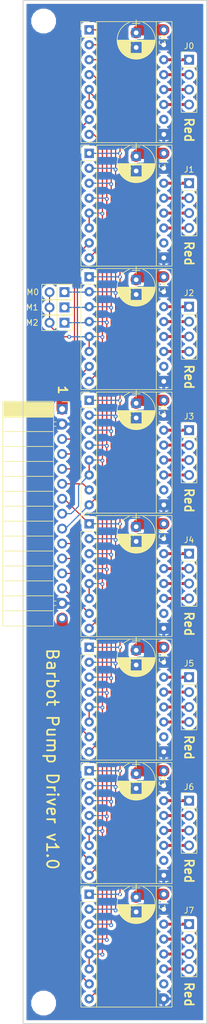
<source format=kicad_pcb>
(kicad_pcb (version 20171130) (host pcbnew "(5.0.1)-3")
  (title_block (title "Barbot Pump Driver"))
  (layers (0 F.Cu mixed) (31 B.Cu mixed hide) (36 B.SilkS user) (37 F.SilkS user) (38 B.Mask user) (39 F.Mask user) (44 Edge.Cuts user))
  (net 0 "")
  (net 1 /~ENABLE)
  (net 2 /GND)
  (net 3 /M0)
  (net 4 /M1)
  (net 5 /M2)
  (net 6 /3.3V)
  (net 7 /P0)
  (net 8 /DIR)
  (net 9 /24V)
  (net 10 /P1)
  (net 11 /P2)
  (net 12 /P3)
  (net 13 /P4)
  (net 14 /P5)
  (net 15 /P6)
  (net 16 /P7)
  (net 17 /Module0/A2)
  (net 18 /Module0/A1)
  (net 19 /Module0/B1)
  (net 20 /Module0/B2)
  (net 21 /Module1/A2)
  (net 22 /Module1/A1)
  (net 23 /Module1/B1)
  (net 24 /Module1/B2)
  (net 25 /Module2/B2)
  (net 26 /Module2/B1)
  (net 27 /Module2/A1)
  (net 28 /Module2/A2)
  (net 29 /Module3/A2)
  (net 30 /Module3/A1)
  (net 31 /Module3/B1)
  (net 32 /Module3/B2)
  (net 33 /Module4/B2)
  (net 34 /Module4/B1)
  (net 35 /Module4/A1)
  (net 36 /Module4/A2)
  (net 37 /Module5/B2)
  (net 38 /Module5/B1)
  (net 39 /Module5/A1)
  (net 40 /Module5/A2)
  (net 41 /Module6/A2)
  (net 42 /Module6/A1)
  (net 43 /Module6/B1)
  (net 44 /Module6/B2)
  (net 45 /Module7/B2)
  (net 46 /Module7/B1)
  (net 47 /Module7/A1)
  (net 48 /Module7/A2)
  (module Mounting_Holes:MountingHole_3.2mm_M3 (layer F.Cu) (at 102.25 205.5)
    (fp_text reference REF** hide)
    (fp_text value MountingHole_3.2mm_M3)
    (pad 1 np_thru_hole circle (at 0 0) (size 3.2 3.2) (drill 3.2) (layers *.Cu *.Mask))
  )
  (module Capacitors_THT:CP_Radial_D6.3mm_P2.50mm (layer F.Cu) (at 118 187.5 270)
    (fp_text reference C7 (at 1.25 -4.46 270) (layer F.SilkS))
    (fp_text value 100u)
    (pad 2 thru_hole circle (at 2.5 0 270) (size 1.6 1.6) (drill 0.8) (layers *.Cu *.Mask) (net 2 /GND))
    (pad 1 thru_hole rect (at 0 0 270) (size 1.6 1.6) (drill 0.8) (layers *.Cu *.Mask) (net 9 /24V))
  )
  (module Modules:Pololu_Breakout-16_15.2x20.3mm (layer F.Cu) (at 110 61)
    (fp_text reference A1 hide)
    (fp_text value DRV8825_Carrier)
    (pad 1 thru_hole rect (at 0 0) (size 1.6 1.6) (drill 0.8) (layers *.Cu *.Mask) (net 1 /~ENABLE))
    (pad 9 thru_hole oval (at 12.7 17.78) (size 1.6 1.6) (drill 0.8) (layers *.Cu *.Mask) (net 2 /GND))
    (pad 2 thru_hole oval (at 0 2.54) (size 1.6 1.6) (drill 0.8) (layers *.Cu *.Mask) (net 3 /M0))
    (pad 10 thru_hole oval (at 12.7 15.24) (size 1.6 1.6) (drill 0.8) (layers *.Cu *.Mask))
    (pad 3 thru_hole oval (at 0 5.08) (size 1.6 1.6) (drill 0.8) (layers *.Cu *.Mask) (net 4 /M1))
    (pad 11 thru_hole oval (at 12.7 12.7) (size 1.6 1.6) (drill 0.8) (layers *.Cu *.Mask) (net 21 /Module1/A2))
    (pad 4 thru_hole oval (at 0 7.62) (size 1.6 1.6) (drill 0.8) (layers *.Cu *.Mask) (net 5 /M2))
    (pad 12 thru_hole oval (at 12.7 10.16) (size 1.6 1.6) (drill 0.8) (layers *.Cu *.Mask) (net 22 /Module1/A1))
    (pad 5 thru_hole oval (at 0 10.16) (size 1.6 1.6) (drill 0.8) (layers *.Cu *.Mask) (net 6 /3.3V))
    (pad 13 thru_hole oval (at 12.7 7.62) (size 1.6 1.6) (drill 0.8) (layers *.Cu *.Mask) (net 23 /Module1/B1))
    (pad 6 thru_hole oval (at 0 12.7) (size 1.6 1.6) (drill 0.8) (layers *.Cu *.Mask) (net 6 /3.3V))
    (pad 14 thru_hole oval (at 12.7 5.08) (size 1.6 1.6) (drill 0.8) (layers *.Cu *.Mask) (net 24 /Module1/B2))
    (pad 7 thru_hole oval (at 0 15.24) (size 1.6 1.6) (drill 0.8) (layers *.Cu *.Mask) (net 10 /P1))
    (pad 15 thru_hole oval (at 12.7 2.54) (size 1.6 1.6) (drill 0.8) (layers *.Cu *.Mask) (net 2 /GND))
    (pad 8 thru_hole oval (at 0 17.78) (size 1.6 1.6) (drill 0.8) (layers *.Cu *.Mask) (net 8 /DIR))
    (pad 16 thru_hole oval (at 12.7 0) (size 1.6 1.6) (drill 0.8) (layers *.Cu *.Mask) (net 9 /24V))
  )
  (module Modules:Pololu_Breakout-16_15.2x20.3mm (layer F.Cu) (at 110 82)
    (fp_text reference A2 hide)
    (fp_text value DRV8825_Carrier)
    (pad 16 thru_hole oval (at 12.7 0) (size 1.6 1.6) (drill 0.8) (layers *.Cu *.Mask) (net 9 /24V))
    (pad 8 thru_hole oval (at 0 17.78) (size 1.6 1.6) (drill 0.8) (layers *.Cu *.Mask) (net 8 /DIR))
    (pad 15 thru_hole oval (at 12.7 2.54) (size 1.6 1.6) (drill 0.8) (layers *.Cu *.Mask) (net 2 /GND))
    (pad 7 thru_hole oval (at 0 15.24) (size 1.6 1.6) (drill 0.8) (layers *.Cu *.Mask) (net 11 /P2))
    (pad 14 thru_hole oval (at 12.7 5.08) (size 1.6 1.6) (drill 0.8) (layers *.Cu *.Mask) (net 25 /Module2/B2))
    (pad 6 thru_hole oval (at 0 12.7) (size 1.6 1.6) (drill 0.8) (layers *.Cu *.Mask) (net 6 /3.3V))
    (pad 13 thru_hole oval (at 12.7 7.62) (size 1.6 1.6) (drill 0.8) (layers *.Cu *.Mask) (net 26 /Module2/B1))
    (pad 5 thru_hole oval (at 0 10.16) (size 1.6 1.6) (drill 0.8) (layers *.Cu *.Mask) (net 6 /3.3V))
    (pad 12 thru_hole oval (at 12.7 10.16) (size 1.6 1.6) (drill 0.8) (layers *.Cu *.Mask) (net 27 /Module2/A1))
    (pad 4 thru_hole oval (at 0 7.62) (size 1.6 1.6) (drill 0.8) (layers *.Cu *.Mask) (net 5 /M2))
    (pad 11 thru_hole oval (at 12.7 12.7) (size 1.6 1.6) (drill 0.8) (layers *.Cu *.Mask) (net 28 /Module2/A2))
    (pad 3 thru_hole oval (at 0 5.08) (size 1.6 1.6) (drill 0.8) (layers *.Cu *.Mask) (net 4 /M1))
    (pad 10 thru_hole oval (at 12.7 15.24) (size 1.6 1.6) (drill 0.8) (layers *.Cu *.Mask))
    (pad 2 thru_hole oval (at 0 2.54) (size 1.6 1.6) (drill 0.8) (layers *.Cu *.Mask) (net 3 /M0))
    (pad 9 thru_hole oval (at 12.7 17.78) (size 1.6 1.6) (drill 0.8) (layers *.Cu *.Mask) (net 2 /GND))
    (pad 1 thru_hole rect (at 0 0) (size 1.6 1.6) (drill 0.8) (layers *.Cu *.Mask) (net 1 /~ENABLE))
  )
  (module Modules:Pololu_Breakout-16_15.2x20.3mm (layer F.Cu) (at 110 40)
    (fp_text reference A0 hide)
    (fp_text value DRV8825_Carrier)
    (pad 1 thru_hole rect (at 0 0) (size 1.6 1.6) (drill 0.8) (layers *.Cu *.Mask) (net 1 /~ENABLE))
    (pad 9 thru_hole oval (at 12.7 17.78) (size 1.6 1.6) (drill 0.8) (layers *.Cu *.Mask) (net 2 /GND))
    (pad 2 thru_hole oval (at 0 2.54) (size 1.6 1.6) (drill 0.8) (layers *.Cu *.Mask) (net 3 /M0))
    (pad 10 thru_hole oval (at 12.7 15.24) (size 1.6 1.6) (drill 0.8) (layers *.Cu *.Mask))
    (pad 3 thru_hole oval (at 0 5.08) (size 1.6 1.6) (drill 0.8) (layers *.Cu *.Mask) (net 4 /M1))
    (pad 11 thru_hole oval (at 12.7 12.7) (size 1.6 1.6) (drill 0.8) (layers *.Cu *.Mask) (net 17 /Module0/A2))
    (pad 4 thru_hole oval (at 0 7.62) (size 1.6 1.6) (drill 0.8) (layers *.Cu *.Mask) (net 5 /M2))
    (pad 12 thru_hole oval (at 12.7 10.16) (size 1.6 1.6) (drill 0.8) (layers *.Cu *.Mask) (net 18 /Module0/A1))
    (pad 5 thru_hole oval (at 0 10.16) (size 1.6 1.6) (drill 0.8) (layers *.Cu *.Mask) (net 6 /3.3V))
    (pad 13 thru_hole oval (at 12.7 7.62) (size 1.6 1.6) (drill 0.8) (layers *.Cu *.Mask) (net 19 /Module0/B1))
    (pad 6 thru_hole oval (at 0 12.7) (size 1.6 1.6) (drill 0.8) (layers *.Cu *.Mask) (net 6 /3.3V))
    (pad 14 thru_hole oval (at 12.7 5.08) (size 1.6 1.6) (drill 0.8) (layers *.Cu *.Mask) (net 20 /Module0/B2))
    (pad 7 thru_hole oval (at 0 15.24) (size 1.6 1.6) (drill 0.8) (layers *.Cu *.Mask) (net 7 /P0))
    (pad 15 thru_hole oval (at 12.7 2.54) (size 1.6 1.6) (drill 0.8) (layers *.Cu *.Mask) (net 2 /GND))
    (pad 8 thru_hole oval (at 0 17.78) (size 1.6 1.6) (drill 0.8) (layers *.Cu *.Mask) (net 8 /DIR))
    (pad 16 thru_hole oval (at 12.7 0) (size 1.6 1.6) (drill 0.8) (layers *.Cu *.Mask) (net 9 /24V))
  )
  (module Modules:Pololu_Breakout-16_15.2x20.3mm (layer F.Cu) (at 110 103)
    (fp_text reference A3 hide)
    (fp_text value DRV8825_Carrier)
    (pad 1 thru_hole rect (at 0 0) (size 1.6 1.6) (drill 0.8) (layers *.Cu *.Mask) (net 1 /~ENABLE))
    (pad 9 thru_hole oval (at 12.7 17.78) (size 1.6 1.6) (drill 0.8) (layers *.Cu *.Mask) (net 2 /GND))
    (pad 2 thru_hole oval (at 0 2.54) (size 1.6 1.6) (drill 0.8) (layers *.Cu *.Mask) (net 3 /M0))
    (pad 10 thru_hole oval (at 12.7 15.24) (size 1.6 1.6) (drill 0.8) (layers *.Cu *.Mask))
    (pad 3 thru_hole oval (at 0 5.08) (size 1.6 1.6) (drill 0.8) (layers *.Cu *.Mask) (net 4 /M1))
    (pad 11 thru_hole oval (at 12.7 12.7) (size 1.6 1.6) (drill 0.8) (layers *.Cu *.Mask) (net 29 /Module3/A2))
    (pad 4 thru_hole oval (at 0 7.62) (size 1.6 1.6) (drill 0.8) (layers *.Cu *.Mask) (net 5 /M2))
    (pad 12 thru_hole oval (at 12.7 10.16) (size 1.6 1.6) (drill 0.8) (layers *.Cu *.Mask) (net 30 /Module3/A1))
    (pad 5 thru_hole oval (at 0 10.16) (size 1.6 1.6) (drill 0.8) (layers *.Cu *.Mask) (net 6 /3.3V))
    (pad 13 thru_hole oval (at 12.7 7.62) (size 1.6 1.6) (drill 0.8) (layers *.Cu *.Mask) (net 31 /Module3/B1))
    (pad 6 thru_hole oval (at 0 12.7) (size 1.6 1.6) (drill 0.8) (layers *.Cu *.Mask) (net 6 /3.3V))
    (pad 14 thru_hole oval (at 12.7 5.08) (size 1.6 1.6) (drill 0.8) (layers *.Cu *.Mask) (net 32 /Module3/B2))
    (pad 7 thru_hole oval (at 0 15.24) (size 1.6 1.6) (drill 0.8) (layers *.Cu *.Mask) (net 12 /P3))
    (pad 15 thru_hole oval (at 12.7 2.54) (size 1.6 1.6) (drill 0.8) (layers *.Cu *.Mask) (net 2 /GND))
    (pad 8 thru_hole oval (at 0 17.78) (size 1.6 1.6) (drill 0.8) (layers *.Cu *.Mask) (net 8 /DIR))
    (pad 16 thru_hole oval (at 12.7 0) (size 1.6 1.6) (drill 0.8) (layers *.Cu *.Mask) (net 9 /24V))
  )
  (module Modules:Pololu_Breakout-16_15.2x20.3mm (layer F.Cu) (at 110 124)
    (fp_text reference A4 hide)
    (fp_text value DRV8825_Carrier)
    (pad 16 thru_hole oval (at 12.7 0) (size 1.6 1.6) (drill 0.8) (layers *.Cu *.Mask) (net 9 /24V))
    (pad 8 thru_hole oval (at 0 17.78) (size 1.6 1.6) (drill 0.8) (layers *.Cu *.Mask) (net 8 /DIR))
    (pad 15 thru_hole oval (at 12.7 2.54) (size 1.6 1.6) (drill 0.8) (layers *.Cu *.Mask) (net 2 /GND))
    (pad 7 thru_hole oval (at 0 15.24) (size 1.6 1.6) (drill 0.8) (layers *.Cu *.Mask) (net 13 /P4))
    (pad 14 thru_hole oval (at 12.7 5.08) (size 1.6 1.6) (drill 0.8) (layers *.Cu *.Mask) (net 33 /Module4/B2))
    (pad 6 thru_hole oval (at 0 12.7) (size 1.6 1.6) (drill 0.8) (layers *.Cu *.Mask) (net 6 /3.3V))
    (pad 13 thru_hole oval (at 12.7 7.62) (size 1.6 1.6) (drill 0.8) (layers *.Cu *.Mask) (net 34 /Module4/B1))
    (pad 5 thru_hole oval (at 0 10.16) (size 1.6 1.6) (drill 0.8) (layers *.Cu *.Mask) (net 6 /3.3V))
    (pad 12 thru_hole oval (at 12.7 10.16) (size 1.6 1.6) (drill 0.8) (layers *.Cu *.Mask) (net 35 /Module4/A1))
    (pad 4 thru_hole oval (at 0 7.62) (size 1.6 1.6) (drill 0.8) (layers *.Cu *.Mask) (net 5 /M2))
    (pad 11 thru_hole oval (at 12.7 12.7) (size 1.6 1.6) (drill 0.8) (layers *.Cu *.Mask) (net 36 /Module4/A2))
    (pad 3 thru_hole oval (at 0 5.08) (size 1.6 1.6) (drill 0.8) (layers *.Cu *.Mask) (net 4 /M1))
    (pad 10 thru_hole oval (at 12.7 15.24) (size 1.6 1.6) (drill 0.8) (layers *.Cu *.Mask))
    (pad 2 thru_hole oval (at 0 2.54) (size 1.6 1.6) (drill 0.8) (layers *.Cu *.Mask) (net 3 /M0))
    (pad 9 thru_hole oval (at 12.7 17.78) (size 1.6 1.6) (drill 0.8) (layers *.Cu *.Mask) (net 2 /GND))
    (pad 1 thru_hole rect (at 0 0) (size 1.6 1.6) (drill 0.8) (layers *.Cu *.Mask) (net 1 /~ENABLE))
  )
  (module Modules:Pololu_Breakout-16_15.2x20.3mm (layer F.Cu) (at 110 145)
    (fp_text reference A5 hide)
    (fp_text value DRV8825_Carrier)
    (pad 16 thru_hole oval (at 12.7 0) (size 1.6 1.6) (drill 0.8) (layers *.Cu *.Mask) (net 9 /24V))
    (pad 8 thru_hole oval (at 0 17.78) (size 1.6 1.6) (drill 0.8) (layers *.Cu *.Mask) (net 8 /DIR))
    (pad 15 thru_hole oval (at 12.7 2.54) (size 1.6 1.6) (drill 0.8) (layers *.Cu *.Mask) (net 2 /GND))
    (pad 7 thru_hole oval (at 0 15.24) (size 1.6 1.6) (drill 0.8) (layers *.Cu *.Mask) (net 14 /P5))
    (pad 14 thru_hole oval (at 12.7 5.08) (size 1.6 1.6) (drill 0.8) (layers *.Cu *.Mask) (net 37 /Module5/B2))
    (pad 6 thru_hole oval (at 0 12.7) (size 1.6 1.6) (drill 0.8) (layers *.Cu *.Mask) (net 6 /3.3V))
    (pad 13 thru_hole oval (at 12.7 7.62) (size 1.6 1.6) (drill 0.8) (layers *.Cu *.Mask) (net 38 /Module5/B1))
    (pad 5 thru_hole oval (at 0 10.16) (size 1.6 1.6) (drill 0.8) (layers *.Cu *.Mask) (net 6 /3.3V))
    (pad 12 thru_hole oval (at 12.7 10.16) (size 1.6 1.6) (drill 0.8) (layers *.Cu *.Mask) (net 39 /Module5/A1))
    (pad 4 thru_hole oval (at 0 7.62) (size 1.6 1.6) (drill 0.8) (layers *.Cu *.Mask) (net 5 /M2))
    (pad 11 thru_hole oval (at 12.7 12.7) (size 1.6 1.6) (drill 0.8) (layers *.Cu *.Mask) (net 40 /Module5/A2))
    (pad 3 thru_hole oval (at 0 5.08) (size 1.6 1.6) (drill 0.8) (layers *.Cu *.Mask) (net 4 /M1))
    (pad 10 thru_hole oval (at 12.7 15.24) (size 1.6 1.6) (drill 0.8) (layers *.Cu *.Mask))
    (pad 2 thru_hole oval (at 0 2.54) (size 1.6 1.6) (drill 0.8) (layers *.Cu *.Mask) (net 3 /M0))
    (pad 9 thru_hole oval (at 12.7 17.78) (size 1.6 1.6) (drill 0.8) (layers *.Cu *.Mask) (net 2 /GND))
    (pad 1 thru_hole rect (at 0 0) (size 1.6 1.6) (drill 0.8) (layers *.Cu *.Mask) (net 1 /~ENABLE))
  )
  (module Modules:Pololu_Breakout-16_15.2x20.3mm (layer F.Cu) (at 110 166)
    (fp_text reference A6 hide)
    (fp_text value DRV8825_Carrier)
    (pad 1 thru_hole rect (at 0 0) (size 1.6 1.6) (drill 0.8) (layers *.Cu *.Mask) (net 1 /~ENABLE))
    (pad 9 thru_hole oval (at 12.7 17.78) (size 1.6 1.6) (drill 0.8) (layers *.Cu *.Mask) (net 2 /GND))
    (pad 2 thru_hole oval (at 0 2.54) (size 1.6 1.6) (drill 0.8) (layers *.Cu *.Mask) (net 3 /M0))
    (pad 10 thru_hole oval (at 12.7 15.24) (size 1.6 1.6) (drill 0.8) (layers *.Cu *.Mask))
    (pad 3 thru_hole oval (at 0 5.08) (size 1.6 1.6) (drill 0.8) (layers *.Cu *.Mask) (net 4 /M1))
    (pad 11 thru_hole oval (at 12.7 12.7) (size 1.6 1.6) (drill 0.8) (layers *.Cu *.Mask) (net 41 /Module6/A2))
    (pad 4 thru_hole oval (at 0 7.62) (size 1.6 1.6) (drill 0.8) (layers *.Cu *.Mask) (net 5 /M2))
    (pad 12 thru_hole oval (at 12.7 10.16) (size 1.6 1.6) (drill 0.8) (layers *.Cu *.Mask) (net 42 /Module6/A1))
    (pad 5 thru_hole oval (at 0 10.16) (size 1.6 1.6) (drill 0.8) (layers *.Cu *.Mask) (net 6 /3.3V))
    (pad 13 thru_hole oval (at 12.7 7.62) (size 1.6 1.6) (drill 0.8) (layers *.Cu *.Mask) (net 43 /Module6/B1))
    (pad 6 thru_hole oval (at 0 12.7) (size 1.6 1.6) (drill 0.8) (layers *.Cu *.Mask) (net 6 /3.3V))
    (pad 14 thru_hole oval (at 12.7 5.08) (size 1.6 1.6) (drill 0.8) (layers *.Cu *.Mask) (net 44 /Module6/B2))
    (pad 7 thru_hole oval (at 0 15.24) (size 1.6 1.6) (drill 0.8) (layers *.Cu *.Mask) (net 15 /P6))
    (pad 15 thru_hole oval (at 12.7 2.54) (size 1.6 1.6) (drill 0.8) (layers *.Cu *.Mask) (net 2 /GND))
    (pad 8 thru_hole oval (at 0 17.78) (size 1.6 1.6) (drill 0.8) (layers *.Cu *.Mask) (net 8 /DIR))
    (pad 16 thru_hole oval (at 12.7 0) (size 1.6 1.6) (drill 0.8) (layers *.Cu *.Mask) (net 9 /24V))
  )
  (module Modules:Pololu_Breakout-16_15.2x20.3mm (layer F.Cu) (at 110 187)
    (fp_text reference A7 hide)
    (fp_text value DRV8825_Carrier)
    (pad 16 thru_hole oval (at 12.7 0) (size 1.6 1.6) (drill 0.8) (layers *.Cu *.Mask) (net 9 /24V))
    (pad 8 thru_hole oval (at 0 17.78) (size 1.6 1.6) (drill 0.8) (layers *.Cu *.Mask) (net 8 /DIR))
    (pad 15 thru_hole oval (at 12.7 2.54) (size 1.6 1.6) (drill 0.8) (layers *.Cu *.Mask) (net 2 /GND))
    (pad 7 thru_hole oval (at 0 15.24) (size 1.6 1.6) (drill 0.8) (layers *.Cu *.Mask) (net 16 /P7))
    (pad 14 thru_hole oval (at 12.7 5.08) (size 1.6 1.6) (drill 0.8) (layers *.Cu *.Mask) (net 45 /Module7/B2))
    (pad 6 thru_hole oval (at 0 12.7) (size 1.6 1.6) (drill 0.8) (layers *.Cu *.Mask) (net 6 /3.3V))
    (pad 13 thru_hole oval (at 12.7 7.62) (size 1.6 1.6) (drill 0.8) (layers *.Cu *.Mask) (net 46 /Module7/B1))
    (pad 5 thru_hole oval (at 0 10.16) (size 1.6 1.6) (drill 0.8) (layers *.Cu *.Mask) (net 6 /3.3V))
    (pad 12 thru_hole oval (at 12.7 10.16) (size 1.6 1.6) (drill 0.8) (layers *.Cu *.Mask) (net 47 /Module7/A1))
    (pad 4 thru_hole oval (at 0 7.62) (size 1.6 1.6) (drill 0.8) (layers *.Cu *.Mask) (net 5 /M2))
    (pad 11 thru_hole oval (at 12.7 12.7) (size 1.6 1.6) (drill 0.8) (layers *.Cu *.Mask) (net 48 /Module7/A2))
    (pad 3 thru_hole oval (at 0 5.08) (size 1.6 1.6) (drill 0.8) (layers *.Cu *.Mask) (net 4 /M1))
    (pad 10 thru_hole oval (at 12.7 15.24) (size 1.6 1.6) (drill 0.8) (layers *.Cu *.Mask))
    (pad 2 thru_hole oval (at 0 2.54) (size 1.6 1.6) (drill 0.8) (layers *.Cu *.Mask) (net 3 /M0))
    (pad 9 thru_hole oval (at 12.7 17.78) (size 1.6 1.6) (drill 0.8) (layers *.Cu *.Mask) (net 2 /GND))
    (pad 1 thru_hole rect (at 0 0) (size 1.6 1.6) (drill 0.8) (layers *.Cu *.Mask) (net 1 /~ENABLE))
  )
  (module Capacitors_THT:CP_Radial_D6.3mm_P2.50mm (layer F.Cu) (at 118 40.5 270)
    (fp_text reference C0 (at 1.25 -4.46 270) (layer F.SilkS))
    (fp_text value 100u)
    (pad 1 thru_hole rect (at 0 0 270) (size 1.6 1.6) (drill 0.8) (layers *.Cu *.Mask) (net 9 /24V))
    (pad 2 thru_hole circle (at 2.5 0 270) (size 1.6 1.6) (drill 0.8) (layers *.Cu *.Mask) (net 2 /GND))
  )
  (module Capacitors_THT:CP_Radial_D6.3mm_P2.50mm (layer F.Cu) (at 118 61.5 270)
    (fp_text reference C1 (at 1.25 -4.46 270) (layer F.SilkS))
    (fp_text value 100u)
    (pad 2 thru_hole circle (at 2.5 0 270) (size 1.6 1.6) (drill 0.8) (layers *.Cu *.Mask) (net 2 /GND))
    (pad 1 thru_hole rect (at 0 0 270) (size 1.6 1.6) (drill 0.8) (layers *.Cu *.Mask) (net 9 /24V))
  )
  (module Capacitors_THT:CP_Radial_D6.3mm_P2.50mm (layer F.Cu) (at 118 82.5 270)
    (fp_text reference C2 (at 1.25 -4.46 270) (layer F.SilkS))
    (fp_text value 100u)
    (pad 1 thru_hole rect (at 0 0 270) (size 1.6 1.6) (drill 0.8) (layers *.Cu *.Mask) (net 9 /24V))
    (pad 2 thru_hole circle (at 2.5 0 270) (size 1.6 1.6) (drill 0.8) (layers *.Cu *.Mask) (net 2 /GND))
  )
  (module Capacitors_THT:CP_Radial_D6.3mm_P2.50mm (layer F.Cu) (at 118 103.5 270)
    (fp_text reference C3 (at 1.25 -4.46 270) (layer F.SilkS))
    (fp_text value 100u)
    (pad 1 thru_hole rect (at 0 0 270) (size 1.6 1.6) (drill 0.8) (layers *.Cu *.Mask) (net 9 /24V))
    (pad 2 thru_hole circle (at 2.5 0 270) (size 1.6 1.6) (drill 0.8) (layers *.Cu *.Mask) (net 2 /GND))
  )
  (module Capacitors_THT:CP_Radial_D6.3mm_P2.50mm (layer F.Cu) (at 118 124.5 270)
    (fp_text reference C4 (at 1.25 -4.46 270) (layer F.SilkS))
    (fp_text value 100u)
    (pad 2 thru_hole circle (at 2.5 0 270) (size 1.6 1.6) (drill 0.8) (layers *.Cu *.Mask) (net 2 /GND))
    (pad 1 thru_hole rect (at 0 0 270) (size 1.6 1.6) (drill 0.8) (layers *.Cu *.Mask) (net 9 /24V))
  )
  (module Capacitors_THT:CP_Radial_D6.3mm_P2.50mm (layer F.Cu) (at 118 145.5 270)
    (fp_text reference C5 (at 1.25 -4.46 270) (layer F.SilkS))
    (fp_text value 100u)
    (pad 1 thru_hole rect (at 0 0 270) (size 1.6 1.6) (drill 0.8) (layers *.Cu *.Mask) (net 9 /24V))
    (pad 2 thru_hole circle (at 2.5 0 270) (size 1.6 1.6) (drill 0.8) (layers *.Cu *.Mask) (net 2 /GND))
  )
  (module Capacitors_THT:CP_Radial_D6.3mm_P2.50mm (layer F.Cu) (at 118 166.5 270)
    (fp_text reference C6 (at 1.25 -4.46 270) (layer F.SilkS))
    (fp_text value 100u)
    (pad 2 thru_hole circle (at 2.5 0 270) (size 1.6 1.6) (drill 0.8) (layers *.Cu *.Mask) (net 2 /GND))
    (pad 1 thru_hole rect (at 0 0 270) (size 1.6 1.6) (drill 0.8) (layers *.Cu *.Mask) (net 9 /24V))
  )
  (module Socket_Strips:Socket_Strip_Angled_1x15_Pitch2.54mm (layer F.Cu) (at 105.4 104.5)
    (fp_text reference CON1 hide)
    (fp_text value Main)
    (pad 15 thru_hole oval (at 0 35.56) (size 1.7 1.7) (drill 1) (layers *.Cu *.Mask) (net 9 /24V))
    (pad 14 thru_hole oval (at 0 33.02) (size 1.7 1.7) (drill 1) (layers *.Cu *.Mask) (net 2 /GND))
    (pad 13 thru_hole oval (at 0 30.48) (size 1.7 1.7) (drill 1) (layers *.Cu *.Mask) (net 16 /P7))
    (pad 12 thru_hole oval (at 0 27.94) (size 1.7 1.7) (drill 1) (layers *.Cu *.Mask) (net 15 /P6))
    (pad 11 thru_hole oval (at 0 25.4) (size 1.7 1.7) (drill 1) (layers *.Cu *.Mask) (net 14 /P5))
    (pad 10 thru_hole oval (at 0 22.86) (size 1.7 1.7) (drill 1) (layers *.Cu *.Mask) (net 13 /P4))
    (pad 9 thru_hole oval (at 0 20.32) (size 1.7 1.7) (drill 1) (layers *.Cu *.Mask) (net 8 /DIR))
    (pad 8 thru_hole oval (at 0 17.78) (size 1.7 1.7) (drill 1) (layers *.Cu *.Mask) (net 6 /3.3V))
    (pad 7 thru_hole oval (at 0 15.24) (size 1.7 1.7) (drill 1) (layers *.Cu *.Mask) (net 1 /~ENABLE))
    (pad 6 thru_hole oval (at 0 12.7) (size 1.7 1.7) (drill 1) (layers *.Cu *.Mask) (net 12 /P3))
    (pad 5 thru_hole oval (at 0 10.16) (size 1.7 1.7) (drill 1) (layers *.Cu *.Mask) (net 11 /P2))
    (pad 4 thru_hole oval (at 0 7.62) (size 1.7 1.7) (drill 1) (layers *.Cu *.Mask) (net 10 /P1))
    (pad 3 thru_hole oval (at 0 5.08) (size 1.7 1.7) (drill 1) (layers *.Cu *.Mask) (net 7 /P0))
    (pad 2 thru_hole oval (at 0 2.54) (size 1.7 1.7) (drill 1) (layers *.Cu *.Mask) (net 2 /GND))
    (pad 1 thru_hole rect (at 0 0) (size 1.7 1.7) (drill 1) (layers *.Cu *.Mask) (net 9 /24V))
  )
  (module Pin_Headers:Pin_Header_Straight_1x04_Pitch2.54mm (layer F.Cu) (at 127 45.08)
    (fp_text reference J0 (at 0 -2.33) (layer F.SilkS))
    (fp_text value Motor)
    (pad 1 thru_hole rect (at 0 0) (size 1.7 1.7) (drill 1) (layers *.Cu *.Mask) (net 20 /Module0/B2))
    (pad 2 thru_hole oval (at 0 2.54) (size 1.7 1.7) (drill 1) (layers *.Cu *.Mask) (net 19 /Module0/B1))
    (pad 3 thru_hole oval (at 0 5.08) (size 1.7 1.7) (drill 1) (layers *.Cu *.Mask) (net 18 /Module0/A1))
    (pad 4 thru_hole oval (at 0 7.62) (size 1.7 1.7) (drill 1) (layers *.Cu *.Mask) (net 17 /Module0/A2))
  )
  (module Pin_Headers:Pin_Header_Straight_1x04_Pitch2.54mm (layer F.Cu) (at 127 66.08)
    (fp_text reference J1 (at 0 -2.33) (layer F.SilkS))
    (fp_text value Motor)
    (pad 4 thru_hole oval (at 0 7.62) (size 1.7 1.7) (drill 1) (layers *.Cu *.Mask) (net 21 /Module1/A2))
    (pad 3 thru_hole oval (at 0 5.08) (size 1.7 1.7) (drill 1) (layers *.Cu *.Mask) (net 22 /Module1/A1))
    (pad 2 thru_hole oval (at 0 2.54) (size 1.7 1.7) (drill 1) (layers *.Cu *.Mask) (net 23 /Module1/B1))
    (pad 1 thru_hole rect (at 0 0) (size 1.7 1.7) (drill 1) (layers *.Cu *.Mask) (net 24 /Module1/B2))
  )
  (module Pin_Headers:Pin_Header_Straight_1x04_Pitch2.54mm (layer F.Cu) (at 127 87.08)
    (fp_text reference J2 (at 0 -2.33) (layer F.SilkS))
    (fp_text value Motor)
    (pad 1 thru_hole rect (at 0 0) (size 1.7 1.7) (drill 1) (layers *.Cu *.Mask) (net 25 /Module2/B2))
    (pad 2 thru_hole oval (at 0 2.54) (size 1.7 1.7) (drill 1) (layers *.Cu *.Mask) (net 26 /Module2/B1))
    (pad 3 thru_hole oval (at 0 5.08) (size 1.7 1.7) (drill 1) (layers *.Cu *.Mask) (net 27 /Module2/A1))
    (pad 4 thru_hole oval (at 0 7.62) (size 1.7 1.7) (drill 1) (layers *.Cu *.Mask) (net 28 /Module2/A2))
  )
  (module Pin_Headers:Pin_Header_Straight_1x04_Pitch2.54mm (layer F.Cu) (at 127 108.08)
    (fp_text reference J3 (at 0 -2.33) (layer F.SilkS))
    (fp_text value Motor)
    (pad 4 thru_hole oval (at 0 7.62) (size 1.7 1.7) (drill 1) (layers *.Cu *.Mask) (net 29 /Module3/A2))
    (pad 3 thru_hole oval (at 0 5.08) (size 1.7 1.7) (drill 1) (layers *.Cu *.Mask) (net 30 /Module3/A1))
    (pad 2 thru_hole oval (at 0 2.54) (size 1.7 1.7) (drill 1) (layers *.Cu *.Mask) (net 31 /Module3/B1))
    (pad 1 thru_hole rect (at 0 0) (size 1.7 1.7) (drill 1) (layers *.Cu *.Mask) (net 32 /Module3/B2))
  )
  (module Pin_Headers:Pin_Header_Straight_1x04_Pitch2.54mm (layer F.Cu) (at 127 129.08)
    (fp_text reference J4 (at 0 -2.33) (layer F.SilkS))
    (fp_text value Motor)
    (pad 1 thru_hole rect (at 0 0) (size 1.7 1.7) (drill 1) (layers *.Cu *.Mask) (net 33 /Module4/B2))
    (pad 2 thru_hole oval (at 0 2.54) (size 1.7 1.7) (drill 1) (layers *.Cu *.Mask) (net 34 /Module4/B1))
    (pad 3 thru_hole oval (at 0 5.08) (size 1.7 1.7) (drill 1) (layers *.Cu *.Mask) (net 35 /Module4/A1))
    (pad 4 thru_hole oval (at 0 7.62) (size 1.7 1.7) (drill 1) (layers *.Cu *.Mask) (net 36 /Module4/A2))
  )
  (module Pin_Headers:Pin_Header_Straight_1x04_Pitch2.54mm (layer F.Cu) (at 127 150.08)
    (fp_text reference J5 (at 0 -2.33) (layer F.SilkS))
    (fp_text value Motor)
    (pad 4 thru_hole oval (at 0 7.62) (size 1.7 1.7) (drill 1) (layers *.Cu *.Mask) (net 40 /Module5/A2))
    (pad 3 thru_hole oval (at 0 5.08) (size 1.7 1.7) (drill 1) (layers *.Cu *.Mask) (net 39 /Module5/A1))
    (pad 2 thru_hole oval (at 0 2.54) (size 1.7 1.7) (drill 1) (layers *.Cu *.Mask) (net 38 /Module5/B1))
    (pad 1 thru_hole rect (at 0 0) (size 1.7 1.7) (drill 1) (layers *.Cu *.Mask) (net 37 /Module5/B2))
  )
  (module Pin_Headers:Pin_Header_Straight_1x04_Pitch2.54mm (layer F.Cu) (at 127 171.08)
    (fp_text reference J6 (at 0 -2.33) (layer F.SilkS))
    (fp_text value Motor)
    (pad 1 thru_hole rect (at 0 0) (size 1.7 1.7) (drill 1) (layers *.Cu *.Mask) (net 44 /Module6/B2))
    (pad 2 thru_hole oval (at 0 2.54) (size 1.7 1.7) (drill 1) (layers *.Cu *.Mask) (net 43 /Module6/B1))
    (pad 3 thru_hole oval (at 0 5.08) (size 1.7 1.7) (drill 1) (layers *.Cu *.Mask) (net 42 /Module6/A1))
    (pad 4 thru_hole oval (at 0 7.62) (size 1.7 1.7) (drill 1) (layers *.Cu *.Mask) (net 41 /Module6/A2))
  )
  (module Pin_Headers:Pin_Header_Straight_1x04_Pitch2.54mm (layer F.Cu) (at 127 192.08)
    (fp_text reference J7 (at 0 -2.33) (layer F.SilkS))
    (fp_text value Motor)
    (pad 4 thru_hole oval (at 0 7.62) (size 1.7 1.7) (drill 1) (layers *.Cu *.Mask) (net 48 /Module7/A2))
    (pad 3 thru_hole oval (at 0 5.08) (size 1.7 1.7) (drill 1) (layers *.Cu *.Mask) (net 47 /Module7/A1))
    (pad 2 thru_hole oval (at 0 2.54) (size 1.7 1.7) (drill 1) (layers *.Cu *.Mask) (net 46 /Module7/B1))
    (pad 1 thru_hole rect (at 0 0) (size 1.7 1.7) (drill 1) (layers *.Cu *.Mask) (net 45 /Module7/B2))
  )
  (module Pin_Headers:Pin_Header_Straight_2x01_Pitch2.54mm (layer F.Cu) (at 105.8 84.6 180)
    (fp_text reference M0 (at 5.4 0 180) (layer F.SilkS))
    (fp_text value M0)
    (pad 2 thru_hole oval (at 2.54 0 180) (size 1.7 1.7) (drill 1) (layers *.Cu *.Mask) (net 6 /3.3V))
    (pad 1 thru_hole rect (at 0 0 180) (size 1.7 1.7) (drill 1) (layers *.Cu *.Mask) (net 3 /M0))
  )
  (module Pin_Headers:Pin_Header_Straight_2x01_Pitch2.54mm (layer F.Cu) (at 105.8 87.2 180)
    (fp_text reference M1 (at 5.5 0 180) (layer F.SilkS))
    (fp_text value M1)
    (pad 1 thru_hole rect (at 0 0 180) (size 1.7 1.7) (drill 1) (layers *.Cu *.Mask) (net 4 /M1))
    (pad 2 thru_hole oval (at 2.54 0 180) (size 1.7 1.7) (drill 1) (layers *.Cu *.Mask) (net 6 /3.3V))
  )
  (module Pin_Headers:Pin_Header_Straight_2x01_Pitch2.54mm (layer F.Cu) (at 105.8 89.8 180)
    (fp_text reference M2 (at 5.5 0 180) (layer F.SilkS))
    (fp_text value M2)
    (pad 2 thru_hole oval (at 2.54 0 180) (size 1.7 1.7) (drill 1) (layers *.Cu *.Mask) (net 6 /3.3V))
    (pad 1 thru_hole rect (at 0 0 180) (size 1.7 1.7) (drill 1) (layers *.Cu *.Mask) (net 5 /M2))
  )
  (module Mounting_Holes:MountingHole_3.2mm_M3 (layer F.Cu) (at 102.25 38.5)
    (fp_text reference REF** hide)
    (fp_text value MountingHole_3.2mm_M3)
    (pad 1 np_thru_hole circle (at 0 0) (size 3.2 3.2) (drill 3.2) (layers *.Cu *.Mask))
  )
  (gr_text 1 (at 105.5 101.25 270) (layer F.SilkS) (effects (font (size 1.5 1.5) (thickness 0.3))))
  (gr_text Red (at 127 201.75 270) (layer F.SilkS) (effects (font (size 1.5 1.5) (thickness 0.3)) (justify left)))
  (gr_text Red (at 127 180.75 270) (layer F.SilkS) (effects (font (size 1.5 1.5) (thickness 0.3)) (justify left)))
  (gr_text Red (at 127 159.75 270) (layer F.SilkS) (effects (font (size 1.5 1.5) (thickness 0.3)) (justify left)))
  (gr_text Red (at 127 138.75 270) (layer F.SilkS) (effects (font (size 1.5 1.5) (thickness 0.3)) (justify left)))
  (gr_text Red (at 127 117.75 270) (layer F.SilkS) (effects (font (size 1.5 1.5) (thickness 0.3)) (justify left)))
  (gr_text Red (at 127 96.75 270) (layer F.SilkS) (effects (font (size 1.5 1.5) (thickness 0.3)) (justify left)))
  (gr_text Red (at 127 75.75 270) (layer F.SilkS) (effects (font (size 1.5 1.5) (thickness 0.3)) (justify left)))
  (gr_text Red (at 127 54.75 270) (layer F.SilkS) (effects (font (size 1.5 1.5) (thickness 0.3)) (justify left)))
  (gr_text "Barbot Pump Driver v1.0" (at 103.75 145 270) (layer F.SilkS) (effects (font (size 2 2) (thickness 0.3)) (justify left)))
  (gr_line (start 98.75 35) (end 130 35) (layer Edge.Cuts) (width 0.15))
  (gr_line (start 98.75 209) (end 98.75 35) (layer Edge.Cuts) (width 0.15))
  (gr_line (start 130 209) (end 98.75 209) (layer Edge.Cuts) (width 0.15))
  (gr_line (start 130 35) (end 130 209) (layer Edge.Cuts) (width 0.15))
  (via (at 115.25 61) (size 0.6858) (drill 0.3302) (layers F.Cu B.Cu) (net 1))
  (segment (start 110 61) (end 115.25 61) (width 0.2032) (layer B.Cu) (net 1))
  (segment (start 110 40) (end 112.75 40) (width 0.2032) (layer F.Cu) (net 1))
  (segment (start 115.25 42.5) (end 115.25 61) (width 0.2032) (layer F.Cu) (net 1))
  (segment (start 112.75 40) (end 115.25 42.5) (width 0.2032) (layer F.Cu) (net 1))
  (segment (start 110 82) (end 115.25 82) (width 0.2032) (layer B.Cu) (net 1))
  (via (at 115.25 82) (size 0.6858) (drill 0.3302) (layers F.Cu B.Cu) (net 1))
  (via (at 115.25 103) (size 0.6858) (drill 0.3302) (layers F.Cu B.Cu) (net 1))
  (segment (start 110 103) (end 115.25 103) (width 0.2032) (layer B.Cu) (net 1))
  (via (at 115.25 124) (size 0.6858) (drill 0.3302) (layers F.Cu B.Cu) (net 1))
  (segment (start 110 124) (end 115.25 124) (width 0.2032) (layer B.Cu) (net 1))
  (via (at 115.25 145) (size 0.6858) (drill 0.3302) (layers F.Cu B.Cu) (net 1))
  (segment (start 110 145) (end 115.25 145) (width 0.2032) (layer B.Cu) (net 1))
  (via (at 115.25 166) (size 0.6858) (drill 0.3302) (layers F.Cu B.Cu) (net 1))
  (segment (start 110 166) (end 115.25 166) (width 0.2032) (layer B.Cu) (net 1))
  (via (at 115.25 187) (size 0.6858) (drill 0.3302) (layers F.Cu B.Cu) (net 1))
  (segment (start 110 187) (end 115.25 187) (width 0.2032) (layer B.Cu) (net 1))
  (segment (start 115.25 187) (end 115.25 166) (width 0.2032) (layer F.Cu) (net 1))
  (segment (start 115.25 166) (end 115.25 145) (width 0.2032) (layer F.Cu) (net 1))
  (segment (start 115.25 145) (end 115.25 124) (width 0.2032) (layer F.Cu) (net 1))
  (segment (start 115.25 124) (end 115.25 103) (width 0.2032) (layer F.Cu) (net 1))
  (segment (start 115.25 103) (end 115.25 82) (width 0.2032) (layer F.Cu) (net 1))
  (segment (start 115.25 82) (end 115.25 61) (width 0.2032) (layer F.Cu) (net 1))
  (segment (start 105.74 119.74) (end 110 124) (width 0.2032) (layer F.Cu) (net 1))
  (segment (start 118.46 42.54) (end 118 43) (width 1.905) (layer B.Cu) (net 2))
  (segment (start 122.7 42.54) (end 118.46 42.54) (width 1.905) (layer B.Cu) (net 2))
  (segment (start 118.46 63.54) (end 118 64) (width 1.905) (layer B.Cu) (net 2))
  (segment (start 122.7 63.54) (end 118.46 63.54) (width 1.905) (layer B.Cu) (net 2))
  (segment (start 118.46 84.54) (end 118 85) (width 1.905) (layer B.Cu) (net 2))
  (segment (start 122.7 84.54) (end 118.46 84.54) (width 1.905) (layer B.Cu) (net 2))
  (segment (start 118.46 105.54) (end 118 106) (width 1.905) (layer B.Cu) (net 2))
  (segment (start 122.7 105.54) (end 118.46 105.54) (width 1.905) (layer B.Cu) (net 2))
  (segment (start 118.46 126.54) (end 118 127) (width 1.905) (layer B.Cu) (net 2))
  (segment (start 122.7 126.54) (end 118.46 126.54) (width 1.905) (layer B.Cu) (net 2))
  (segment (start 118.46 147.54) (end 118 148) (width 1.905) (layer B.Cu) (net 2))
  (segment (start 122.7 147.54) (end 118.46 147.54) (width 1.905) (layer B.Cu) (net 2))
  (segment (start 118.46 168.54) (end 118 169) (width 1.905) (layer B.Cu) (net 2))
  (segment (start 122.7 168.54) (end 118.46 168.54) (width 1.905) (layer B.Cu) (net 2))
  (segment (start 118.46 189.54) (end 118 190) (width 1.905) (layer B.Cu) (net 2))
  (segment (start 122.7 189.54) (end 118.46 189.54) (width 1.905) (layer B.Cu) (net 2))
  (segment (start 122.7 204.78) (end 119.58 204.78) (width 1.905) (layer B.Cu) (net 2))
  (segment (start 118 203.2) (end 118 190) (width 1.905) (layer B.Cu) (net 2))
  (segment (start 119.58 204.78) (end 118 203.2) (width 1.905) (layer B.Cu) (net 2))
  (segment (start 122.7 183.78) (end 119.58 183.78) (width 1.905) (layer B.Cu) (net 2))
  (segment (start 118 182.2) (end 118 169) (width 1.905) (layer B.Cu) (net 2))
  (segment (start 119.58 183.78) (end 118 182.2) (width 1.905) (layer B.Cu) (net 2))
  (segment (start 122.7 162.78) (end 120.98 162.78) (width 1.905) (layer B.Cu) (net 2))
  (segment (start 118 159.8) (end 118 148) (width 1.905) (layer B.Cu) (net 2))
  (segment (start 120.98 162.78) (end 118 159.8) (width 1.905) (layer B.Cu) (net 2))
  (segment (start 122.7 141.78) (end 121.38 141.78) (width 1.905) (layer B.Cu) (net 2))
  (segment (start 118 138.4) (end 118 127) (width 1.905) (layer B.Cu) (net 2))
  (segment (start 121.38 141.78) (end 118 138.4) (width 1.905) (layer B.Cu) (net 2))
  (segment (start 122.7 120.78) (end 121.38 120.78) (width 1.905) (layer B.Cu) (net 2))
  (segment (start 118 117.4) (end 118 106) (width 1.905) (layer B.Cu) (net 2))
  (segment (start 121.38 120.78) (end 118 117.4) (width 1.905) (layer B.Cu) (net 2))
  (segment (start 122.7 99.78) (end 120.98 99.78) (width 1.905) (layer B.Cu) (net 2))
  (segment (start 118 96.8) (end 118 85) (width 1.905) (layer B.Cu) (net 2))
  (segment (start 120.98 99.78) (end 118 96.8) (width 1.905) (layer B.Cu) (net 2))
  (segment (start 122.7 78.78) (end 120.18 78.78) (width 1.905) (layer B.Cu) (net 2))
  (segment (start 118 76.6) (end 118 64) (width 1.905) (layer B.Cu) (net 2))
  (segment (start 120.18 78.78) (end 118 76.6) (width 1.905) (layer B.Cu) (net 2))
  (segment (start 122.7 57.78) (end 119.98 57.78) (width 1.905) (layer B.Cu) (net 2))
  (segment (start 118 55.8) (end 118 43) (width 1.905) (layer B.Cu) (net 2))
  (segment (start 119.98 57.78) (end 118 55.8) (width 1.905) (layer B.Cu) (net 2))
  (segment (start 122.7 57.78) (end 126.36 57.78) (width 1.905) (layer B.Cu) (net 2))
  (segment (start 126.36 57.78) (end 127 58.42) (width 1.905) (layer B.Cu) (net 2))
  (segment (start 127 58.42) (end 127 62.865) (width 1.905) (layer B.Cu) (net 2))
  (segment (start 126.325 63.54) (end 122.7 63.54) (width 1.905) (layer B.Cu) (net 2))
  (segment (start 127 62.865) (end 126.325 63.54) (width 1.905) (layer B.Cu) (net 2))
  (segment (start 122.7 78.78) (end 126.405 78.78) (width 1.905) (layer B.Cu) (net 2))
  (segment (start 126.405 78.78) (end 127 79.375) (width 1.905) (layer B.Cu) (net 2))
  (segment (start 127 79.375) (end 127 83.82) (width 1.905) (layer B.Cu) (net 2))
  (segment (start 126.28 84.54) (end 122.7 84.54) (width 1.905) (layer B.Cu) (net 2))
  (segment (start 127 83.82) (end 126.28 84.54) (width 1.905) (layer B.Cu) (net 2))
  (segment (start 122.7 99.78) (end 126.45 99.78) (width 1.905) (layer B.Cu) (net 2))
  (segment (start 126.45 99.78) (end 127 100.33) (width 1.905) (layer B.Cu) (net 2))
  (segment (start 127 100.33) (end 127 104.775) (width 1.905) (layer B.Cu) (net 2))
  (segment (start 126.235 105.54) (end 122.7 105.54) (width 1.905) (layer B.Cu) (net 2))
  (segment (start 127 104.775) (end 126.235 105.54) (width 1.905) (layer B.Cu) (net 2))
  (segment (start 122.7 120.78) (end 126.495 120.78) (width 1.905) (layer B.Cu) (net 2))
  (segment (start 126.495 120.78) (end 127 121.285) (width 1.905) (layer B.Cu) (net 2))
  (segment (start 127 121.285) (end 127 125.73) (width 1.905) (layer B.Cu) (net 2))
  (segment (start 126.19 126.54) (end 122.7 126.54) (width 1.905) (layer B.Cu) (net 2))
  (segment (start 127 125.73) (end 126.19 126.54) (width 1.905) (layer B.Cu) (net 2))
  (segment (start 122.7 141.78) (end 126.54 141.78) (width 1.905) (layer B.Cu) (net 2))
  (segment (start 126.54 141.78) (end 127 142.24) (width 1.905) (layer B.Cu) (net 2))
  (segment (start 127 142.24) (end 127 146.685) (width 1.905) (layer B.Cu) (net 2))
  (segment (start 126.145 147.54) (end 122.7 147.54) (width 1.905) (layer B.Cu) (net 2))
  (segment (start 127 146.685) (end 126.145 147.54) (width 1.905) (layer B.Cu) (net 2))
  (segment (start 122.7 162.78) (end 126.585 162.78) (width 1.905) (layer B.Cu) (net 2))
  (segment (start 126.585 162.78) (end 127 163.195) (width 1.905) (layer B.Cu) (net 2))
  (segment (start 127 163.195) (end 127 167.64) (width 1.905) (layer B.Cu) (net 2))
  (segment (start 126.1 168.54) (end 122.7 168.54) (width 1.905) (layer B.Cu) (net 2))
  (segment (start 127 167.64) (end 126.1 168.54) (width 1.905) (layer B.Cu) (net 2))
  (segment (start 122.7 183.78) (end 126.63 183.78) (width 1.905) (layer B.Cu) (net 2))
  (segment (start 126.63 183.78) (end 127 184.15) (width 1.905) (layer B.Cu) (net 2))
  (segment (start 127 184.15) (end 127 188.595) (width 1.905) (layer B.Cu) (net 2))
  (segment (start 126.055 189.54) (end 122.7 189.54) (width 1.905) (layer B.Cu) (net 2))
  (segment (start 127 188.595) (end 126.055 189.54) (width 1.905) (layer B.Cu) (net 2))
  (segment (start 118 203.2) (end 118 203.75) (width 1.905) (layer B.Cu) (net 2))
  (segment (start 118 203.75) (end 114.5 207.25) (width 1.905) (layer B.Cu) (net 2))
  (segment (start 114.5 207.25) (end 109 207.25) (width 1.905) (layer B.Cu) (net 2))
  (segment (start 109 207.25) (end 102.75 201) (width 1.905) (layer B.Cu) (net 2))
  (segment (start 102.75 201) (end 102.75 137.75) (width 1.905) (layer B.Cu) (net 2))
  (segment (start 102.98 137.52) (end 105.4 137.52) (width 1.905) (layer B.Cu) (net 2))
  (segment (start 102.75 137.75) (end 102.98 137.52) (width 1.905) (layer B.Cu) (net 2))
  (segment (start 105.4 107.04) (end 103.46 107.04) (width 1.905) (layer B.Cu) (net 2))
  (segment (start 102.75 107.75) (end 102.75 137.75) (width 1.905) (layer B.Cu) (net 2))
  (segment (start 103.46 107.04) (end 102.75 107.75) (width 1.905) (layer B.Cu) (net 2))
  (segment (start 122.7 42.54) (end 123.96 42.54) (width 1.905) (layer B.Cu) (net 2))
  (segment (start 123.96 42.54) (end 125.25 41.25) (width 1.905) (layer B.Cu) (net 2))
  (segment (start 125.25 41.25) (end 125.25 39) (width 1.905) (layer B.Cu) (net 2))
  (segment (start 125.25 39) (end 123.75 37.5) (width 1.905) (layer B.Cu) (net 2))
  (segment (start 123.75 37.5) (end 108.25 37.5) (width 1.905) (layer B.Cu) (net 2))
  (segment (start 108.25 37.5) (end 104 41.75) (width 1.905) (layer B.Cu) (net 2))
  (segment (start 104 41.75) (end 104 78.5) (width 1.905) (layer B.Cu) (net 2))
  (segment (start 104 78.5) (end 100.5 82) (width 1.905) (layer B.Cu) (net 2))
  (segment (start 100.5 105.5) (end 102.75 107.75) (width 1.905) (layer B.Cu) (net 2))
  (segment (start 100.5 82) (end 100.5 105.5) (width 1.905) (layer B.Cu) (net 2))
  (segment (start 110.04 189.5) (end 110 189.54) (width 0.2032) (layer B.Cu) (net 3))
  (via (at 114.5 63.75) (size 0.6858) (drill 0.3302) (layers F.Cu B.Cu) (net 3))
  (segment (start 110 63.54) (end 114.29 63.54) (width 0.2032) (layer B.Cu) (net 3))
  (segment (start 114.29 63.54) (end 114.5 63.75) (width 0.2032) (layer B.Cu) (net 3))
  (segment (start 110 42.54) (end 112.04 42.54) (width 0.2032) (layer F.Cu) (net 3))
  (segment (start 114.5 45) (end 114.5 63.75) (width 0.2032) (layer F.Cu) (net 3))
  (segment (start 112.04 42.54) (end 114.5 45) (width 0.2032) (layer F.Cu) (net 3))
  (via (at 114.5 189.75) (size 0.6858) (drill 0.3302) (layers F.Cu B.Cu) (net 3))
  (segment (start 110 189.54) (end 114.29 189.54) (width 0.2032) (layer B.Cu) (net 3))
  (segment (start 114.29 189.54) (end 114.5 189.75) (width 0.2032) (layer B.Cu) (net 3))
  (via (at 114.5 168.75) (size 0.6858) (drill 0.3302) (layers F.Cu B.Cu) (net 3))
  (segment (start 110 168.54) (end 114.29 168.54) (width 0.2032) (layer B.Cu) (net 3))
  (segment (start 114.29 168.54) (end 114.5 168.75) (width 0.2032) (layer B.Cu) (net 3))
  (via (at 114.5 147.75) (size 0.6858) (drill 0.3302) (layers F.Cu B.Cu) (net 3))
  (segment (start 110 147.54) (end 114.29 147.54) (width 0.2032) (layer B.Cu) (net 3))
  (segment (start 114.29 147.54) (end 114.5 147.75) (width 0.2032) (layer B.Cu) (net 3))
  (via (at 114.5 126.75) (size 0.6858) (drill 0.3302) (layers F.Cu B.Cu) (net 3))
  (segment (start 110 126.54) (end 114.29 126.54) (width 0.2032) (layer B.Cu) (net 3))
  (segment (start 114.29 126.54) (end 114.5 126.75) (width 0.2032) (layer B.Cu) (net 3))
  (via (at 114.5 105.75) (size 0.6858) (drill 0.3302) (layers F.Cu B.Cu) (net 3))
  (segment (start 110 105.54) (end 114.29 105.54) (width 0.2032) (layer B.Cu) (net 3))
  (segment (start 114.29 105.54) (end 114.5 105.75) (width 0.2032) (layer B.Cu) (net 3))
  (via (at 114.5 84.75) (size 0.6858) (drill 0.3302) (layers F.Cu B.Cu) (net 3))
  (segment (start 110 84.54) (end 114.29 84.54) (width 0.2032) (layer B.Cu) (net 3))
  (segment (start 114.29 84.54) (end 114.5 84.75) (width 0.2032) (layer B.Cu) (net 3))
  (segment (start 114.5 63.75) (end 114.5 84.75) (width 0.2032) (layer F.Cu) (net 3))
  (segment (start 114.5 84.75) (end 114.5 105.75) (width 0.2032) (layer F.Cu) (net 3))
  (segment (start 114.5 105.75) (end 114.5 126.75) (width 0.2032) (layer F.Cu) (net 3))
  (segment (start 114.5 126.75) (end 114.5 147.75) (width 0.2032) (layer F.Cu) (net 3))
  (segment (start 114.5 147.75) (end 114.5 168.75) (width 0.2032) (layer F.Cu) (net 3))
  (segment (start 114.5 168.75) (end 114.5 189.75) (width 0.2032) (layer F.Cu) (net 3))
  (segment (start 109.94 84.6) (end 110 84.54) (width 0.2032) (layer B.Cu) (net 3))
  (segment (start 105.8 84.6) (end 109.94 84.6) (width 0.2032) (layer B.Cu) (net 3))
  (segment (start 110.08 192) (end 110 192.08) (width 0.2032) (layer B.Cu) (net 4))
  (via (at 113.75 66.25) (size 0.6858) (drill 0.3302) (layers F.Cu B.Cu) (net 4))
  (segment (start 110 66.08) (end 113.58 66.08) (width 0.2032) (layer B.Cu) (net 4))
  (segment (start 113.58 66.08) (end 113.75 66.25) (width 0.2032) (layer B.Cu) (net 4))
  (segment (start 110 45.08) (end 111.33 45.08) (width 0.2032) (layer F.Cu) (net 4))
  (segment (start 113.75 47.5) (end 113.75 66.25) (width 0.2032) (layer F.Cu) (net 4))
  (segment (start 111.33 45.08) (end 113.75 47.5) (width 0.2032) (layer F.Cu) (net 4))
  (via (at 113.75 192.25) (size 0.6858) (drill 0.3302) (layers F.Cu B.Cu) (net 4))
  (segment (start 110 192.08) (end 113.58 192.08) (width 0.2032) (layer B.Cu) (net 4))
  (segment (start 113.58 192.08) (end 113.75 192.25) (width 0.2032) (layer B.Cu) (net 4))
  (via (at 113.75 171.25) (size 0.6858) (drill 0.3302) (layers F.Cu B.Cu) (net 4))
  (segment (start 110 171.08) (end 113.58 171.08) (width 0.2032) (layer B.Cu) (net 4))
  (segment (start 113.58 171.08) (end 113.75 171.25) (width 0.2032) (layer B.Cu) (net 4))
  (via (at 113.75 150.25) (size 0.6858) (drill 0.3302) (layers F.Cu B.Cu) (net 4))
  (segment (start 110 150.08) (end 113.58 150.08) (width 0.2032) (layer B.Cu) (net 4))
  (segment (start 113.58 150.08) (end 113.75 150.25) (width 0.2032) (layer B.Cu) (net 4))
  (via (at 113.75 129.25) (size 0.6858) (drill 0.3302) (layers F.Cu B.Cu) (net 4))
  (segment (start 110 129.08) (end 113.58 129.08) (width 0.2032) (layer B.Cu) (net 4))
  (segment (start 113.58 129.08) (end 113.75 129.25) (width 0.2032) (layer B.Cu) (net 4))
  (via (at 113.75 108.25) (size 0.6858) (drill 0.3302) (layers F.Cu B.Cu) (net 4))
  (segment (start 110 108.08) (end 113.58 108.08) (width 0.2032) (layer B.Cu) (net 4))
  (segment (start 113.58 108.08) (end 113.75 108.25) (width 0.2032) (layer B.Cu) (net 4))
  (via (at 113.75 87.25) (size 0.6858) (drill 0.3302) (layers F.Cu B.Cu) (net 4))
  (segment (start 110 87.08) (end 113.58 87.08) (width 0.2032) (layer B.Cu) (net 4))
  (segment (start 113.58 87.08) (end 113.75 87.25) (width 0.2032) (layer B.Cu) (net 4))
  (segment (start 113.75 192.25) (end 113.75 171.25) (width 0.2032) (layer F.Cu) (net 4))
  (segment (start 113.75 171.25) (end 113.75 150.25) (width 0.2032) (layer F.Cu) (net 4))
  (segment (start 113.75 150.25) (end 113.75 129.25) (width 0.2032) (layer F.Cu) (net 4))
  (segment (start 113.75 129.25) (end 113.75 108.25) (width 0.2032) (layer F.Cu) (net 4))
  (segment (start 113.75 108.25) (end 113.75 87.25) (width 0.2032) (layer F.Cu) (net 4))
  (segment (start 113.75 87.25) (end 113.75 66.25) (width 0.2032) (layer F.Cu) (net 4))
  (segment (start 109.88 87.2) (end 110 87.08) (width 0.2032) (layer B.Cu) (net 4))
  (segment (start 105.8 87.2) (end 109.88 87.2) (width 0.2032) (layer B.Cu) (net 4))
  (segment (start 110.12 194.5) (end 110 194.62) (width 0.2032) (layer B.Cu) (net 5))
  (via (at 113 68.75) (size 0.6858) (drill 0.3302) (layers F.Cu B.Cu) (net 5))
  (segment (start 110 68.62) (end 112.87 68.62) (width 0.2032) (layer B.Cu) (net 5))
  (segment (start 112.87 68.62) (end 113 68.75) (width 0.2032) (layer B.Cu) (net 5))
  (segment (start 110 47.62) (end 110.62 47.62) (width 0.2032) (layer F.Cu) (net 5))
  (segment (start 113 50) (end 113 68.75) (width 0.2032) (layer F.Cu) (net 5))
  (segment (start 110.62 47.62) (end 113 50) (width 0.2032) (layer F.Cu) (net 5))
  (via (at 113 194.75) (size 0.6858) (drill 0.3302) (layers F.Cu B.Cu) (net 5))
  (segment (start 110 194.62) (end 112.87 194.62) (width 0.2032) (layer B.Cu) (net 5))
  (segment (start 112.87 194.62) (end 113 194.75) (width 0.2032) (layer B.Cu) (net 5))
  (via (at 113 173.75) (size 0.6858) (drill 0.3302) (layers F.Cu B.Cu) (net 5))
  (segment (start 110 173.62) (end 112.87 173.62) (width 0.2032) (layer B.Cu) (net 5))
  (segment (start 112.87 173.62) (end 113 173.75) (width 0.2032) (layer B.Cu) (net 5))
  (via (at 113 152.75) (size 0.6858) (drill 0.3302) (layers F.Cu B.Cu) (net 5))
  (segment (start 110 152.62) (end 112.87 152.62) (width 0.2032) (layer B.Cu) (net 5))
  (segment (start 112.87 152.62) (end 113 152.75) (width 0.2032) (layer B.Cu) (net 5))
  (via (at 113 131.75) (size 0.6858) (drill 0.3302) (layers F.Cu B.Cu) (net 5))
  (segment (start 110 131.62) (end 112.87 131.62) (width 0.2032) (layer B.Cu) (net 5))
  (segment (start 112.87 131.62) (end 113 131.75) (width 0.2032) (layer B.Cu) (net 5))
  (via (at 113 110.75) (size 0.6858) (drill 0.3302) (layers F.Cu B.Cu) (net 5))
  (segment (start 110 110.62) (end 112.87 110.62) (width 0.2032) (layer B.Cu) (net 5))
  (segment (start 112.87 110.62) (end 113 110.75) (width 0.2032) (layer B.Cu) (net 5))
  (via (at 113 89.75) (size 0.6858) (drill 0.3302) (layers F.Cu B.Cu) (net 5))
  (segment (start 110 89.62) (end 112.87 89.62) (width 0.2032) (layer B.Cu) (net 5))
  (segment (start 112.87 89.62) (end 113 89.75) (width 0.2032) (layer B.Cu) (net 5))
  (segment (start 113 68.75) (end 113 89.75) (width 0.2032) (layer F.Cu) (net 5))
  (segment (start 113 89.75) (end 113 110.75) (width 0.2032) (layer F.Cu) (net 5))
  (segment (start 113 110.75) (end 113 131.75) (width 0.2032) (layer F.Cu) (net 5))
  (segment (start 113 131.75) (end 113 152.75) (width 0.2032) (layer F.Cu) (net 5))
  (segment (start 113 152.75) (end 113 173.75) (width 0.2032) (layer F.Cu) (net 5))
  (segment (start 113 173.75) (end 113 194.75) (width 0.2032) (layer F.Cu) (net 5))
  (segment (start 109.82 89.8) (end 110 89.62) (width 0.2032) (layer B.Cu) (net 5))
  (segment (start 105.8 89.8) (end 109.82 89.8) (width 0.2032) (layer B.Cu) (net 5))
  (segment (start 110 92.16) (end 110 94.7) (width 0.2032) (layer F.Cu) (net 6))
  (segment (start 110 71.16) (end 110 73.7) (width 0.2032) (layer F.Cu) (net 6))
  (segment (start 110 51.56863) (end 110 50.16) (width 0.2032) (layer F.Cu) (net 6))
  (segment (start 110 52.7) (end 110 51.56863) (width 0.2032) (layer F.Cu) (net 6))
  (segment (start 110 113.16) (end 110 115.7) (width 0.2032) (layer F.Cu) (net 6))
  (segment (start 110 134.16) (end 110 136.7) (width 0.2032) (layer F.Cu) (net 6))
  (segment (start 110 155.16) (end 110 157.7) (width 0.2032) (layer F.Cu) (net 6))
  (segment (start 110 176.16) (end 110 178.7) (width 0.2032) (layer F.Cu) (net 6))
  (segment (start 110 197.16) (end 110 199.7) (width 0.2032) (layer F.Cu) (net 6))
  (via (at 112.25 71.25) (size 0.6858) (drill 0.3302) (layers F.Cu B.Cu) (net 6))
  (segment (start 110 71.16) (end 112.16 71.16) (width 0.2032) (layer B.Cu) (net 6))
  (segment (start 112.16 71.16) (end 112.25 71.25) (width 0.2032) (layer B.Cu) (net 6))
  (segment (start 110 50.16) (end 110 50.5) (width 0.2032) (layer F.Cu) (net 6))
  (segment (start 112.25 52.75) (end 112.25 71.25) (width 0.2032) (layer F.Cu) (net 6))
  (segment (start 110 50.5) (end 112.25 52.75) (width 0.2032) (layer F.Cu) (net 6))
  (via (at 112.25 197.25) (size 0.6858) (drill 0.3302) (layers F.Cu B.Cu) (net 6))
  (segment (start 110 197.16) (end 112.16 197.16) (width 0.2032) (layer B.Cu) (net 6))
  (segment (start 112.16 197.16) (end 112.25 197.25) (width 0.2032) (layer B.Cu) (net 6))
  (via (at 112.25 176.25) (size 0.6858) (drill 0.3302) (layers F.Cu B.Cu) (net 6))
  (segment (start 110 176.16) (end 112.16 176.16) (width 0.2032) (layer B.Cu) (net 6))
  (segment (start 112.16 176.16) (end 112.25 176.25) (width 0.2032) (layer B.Cu) (net 6))
  (via (at 112.25 155.25) (size 0.6858) (drill 0.3302) (layers F.Cu B.Cu) (net 6))
  (segment (start 110 155.16) (end 112.16 155.16) (width 0.2032) (layer B.Cu) (net 6))
  (segment (start 112.16 155.16) (end 112.25 155.25) (width 0.2032) (layer B.Cu) (net 6))
  (via (at 112.25 134.25) (size 0.6858) (drill 0.3302) (layers F.Cu B.Cu) (net 6))
  (segment (start 110 134.16) (end 112.16 134.16) (width 0.2032) (layer B.Cu) (net 6))
  (segment (start 112.16 134.16) (end 112.25 134.25) (width 0.2032) (layer B.Cu) (net 6))
  (via (at 112.25 113.25) (size 0.6858) (drill 0.3302) (layers F.Cu B.Cu) (net 6))
  (segment (start 110 113.16) (end 112.16 113.16) (width 0.2032) (layer B.Cu) (net 6))
  (segment (start 112.16 113.16) (end 112.25 113.25) (width 0.2032) (layer B.Cu) (net 6))
  (via (at 112.25 92.25) (size 0.6858) (drill 0.3302) (layers F.Cu B.Cu) (net 6))
  (segment (start 110 92.16) (end 112.16 92.16) (width 0.2032) (layer B.Cu) (net 6))
  (segment (start 112.16 92.16) (end 112.25 92.25) (width 0.2032) (layer B.Cu) (net 6))
  (segment (start 112.25 197.25) (end 112.25 176.25) (width 0.2032) (layer F.Cu) (net 6))
  (segment (start 112.25 176.25) (end 112.25 155.25) (width 0.2032) (layer F.Cu) (net 6))
  (segment (start 112.25 155.25) (end 112.25 134.25) (width 0.2032) (layer F.Cu) (net 6))
  (segment (start 112.25 134.25) (end 112.25 113.25) (width 0.2032) (layer F.Cu) (net 6))
  (segment (start 112.25 92.25) (end 112.25 71.25) (width 0.2032) (layer F.Cu) (net 6))
  (segment (start 112.25 113.25) (end 112.25 101.2) (width 0.2032) (layer F.Cu) (net 6))
  (segment (start 112.25 101.2) (end 112.25 92.25) (width 0.2032) (layer F.Cu) (net 6))
  (segment (start 103.26 84.6) (end 103.26 87.2) (width 0.2032) (layer F.Cu) (net 6))
  (segment (start 103.26 87.2) (end 103.26 89.8) (width 0.2032) (layer F.Cu) (net 6))
  (segment (start 103.26 89.8) (end 103.26 90.26) (width 0.2032) (layer F.Cu) (net 6))
  (via (at 106.6 92.2) (size 0.6858) (drill 0.3302) (layers F.Cu B.Cu) (net 6))
  (segment (start 103.26 90.26) (end 105.2 92.2) (width 0.2032) (layer F.Cu) (net 6))
  (segment (start 105.2 92.2) (end 106.6 92.2) (width 0.2032) (layer F.Cu) (net 6))
  (segment (start 109.96 92.2) (end 110 92.16) (width 0.2032) (layer B.Cu) (net 6))
  (segment (start 106.6 92.2) (end 109.96 92.2) (width 0.2032) (layer B.Cu) (net 6))
  (segment (start 105.4 122.28) (end 106.92 122.28) (width 0.2032) (layer B.Cu) (net 6))
  (segment (start 106.92 122.28) (end 108.2 121) (width 0.2032) (layer B.Cu) (net 6))
  (segment (start 108.2 117.5) (end 110 115.7) (width 0.2032) (layer B.Cu) (net 6))
  (segment (start 108.2 121) (end 108.2 117.5) (width 0.2032) (layer B.Cu) (net 6))
  (segment (start 107.5 57.74) (end 110 55.24) (width 0.2032) (layer F.Cu) (net 7))
  (segment (start 107.5 109) (end 107.5 57.74) (width 0.2032) (layer F.Cu) (net 7))
  (segment (start 106.92 109.58) (end 107.5 109) (width 0.2032) (layer F.Cu) (net 7))
  (segment (start 106.92 109.58) (end 105.4 109.58) (width 0.2032) (layer F.Cu) (net 7))
  (segment (start 110 57.78) (end 110.78 57.78) (width 0.2032) (layer F.Cu) (net 8))
  (segment (start 110 183.78) (end 110.22 183.78) (width 0.2032) (layer F.Cu) (net 8))
  (segment (start 110 162.78) (end 110.22 162.78) (width 0.2032) (layer F.Cu) (net 8))
  (segment (start 110 141.78) (end 110.22 141.78) (width 0.2032) (layer F.Cu) (net 8))
  (segment (start 110 120.78) (end 110.22 120.78) (width 0.2032) (layer F.Cu) (net 8))
  (segment (start 110 99.78) (end 110.22 99.78) (width 0.2032) (layer F.Cu) (net 8))
  (segment (start 110 78.78) (end 110.22 78.78) (width 0.2032) (layer F.Cu) (net 8))
  (segment (start 110.78 57.78) (end 111.5 58.5) (width 0.2032) (layer F.Cu) (net 8))
  (segment (start 111.5 77.28) (end 110 78.78) (width 0.2032) (layer F.Cu) (net 8))
  (segment (start 111.5 58.5) (end 111.5 77.28) (width 0.2032) (layer F.Cu) (net 8))
  (segment (start 111.5 98.28) (end 110 99.78) (width 0.2032) (layer F.Cu) (net 8))
  (segment (start 111.5 77.28) (end 111.5 98.28) (width 0.2032) (layer F.Cu) (net 8))
  (segment (start 111.5 119.28) (end 110 120.78) (width 0.2032) (layer F.Cu) (net 8))
  (segment (start 111.5 98.28) (end 111.5 119.28) (width 0.2032) (layer F.Cu) (net 8))
  (segment (start 111.5 140.28) (end 110 141.78) (width 0.2032) (layer F.Cu) (net 8))
  (segment (start 111.5 119.28) (end 111.5 140.28) (width 0.2032) (layer F.Cu) (net 8))
  (segment (start 111.5 161.28) (end 110 162.78) (width 0.2032) (layer F.Cu) (net 8))
  (segment (start 111.5 140.28) (end 111.5 161.28) (width 0.2032) (layer F.Cu) (net 8))
  (segment (start 111.5 182.28) (end 110 183.78) (width 0.2032) (layer F.Cu) (net 8))
  (segment (start 111.5 161.28) (end 111.5 182.28) (width 0.2032) (layer F.Cu) (net 8))
  (segment (start 111.5 203.28) (end 110 204.78) (width 0.2032) (layer F.Cu) (net 8))
  (segment (start 111.5 182.28) (end 111.5 203.28) (width 0.2032) (layer F.Cu) (net 8))
  (segment (start 105.96 124.82) (end 110 120.78) (width 0.2032) (layer B.Cu) (net 8))
  (segment (start 105.4 124.82) (end 105.96 124.82) (width 0.2032) (layer B.Cu) (net 8))
  (segment (start 118.5 40) (end 118 40.5) (width 1.905) (layer F.Cu) (net 9))
  (segment (start 118.5 61) (end 118 61.5) (width 1.905) (layer F.Cu) (net 9))
  (segment (start 118.5 82) (end 118 82.5) (width 1.905) (layer F.Cu) (net 9))
  (segment (start 118.5 103) (end 118 103.5) (width 1.905) (layer F.Cu) (net 9))
  (segment (start 118.5 124) (end 118 124.5) (width 1.905) (layer F.Cu) (net 9))
  (segment (start 118.5 145) (end 118 145.5) (width 1.905) (layer F.Cu) (net 9))
  (segment (start 118.5 166) (end 118 166.5) (width 1.905) (layer F.Cu) (net 9))
  (segment (start 118.5 187) (end 118 187.5) (width 1.905) (layer F.Cu) (net 9))
  (segment (start 120.5 187) (end 120.5 166) (width 1.905) (layer F.Cu) (net 9))
  (segment (start 120.5 166) (end 118.5 166) (width 1.905) (layer F.Cu) (net 9))
  (segment (start 122.7 166) (end 120.5 166) (width 1.905) (layer F.Cu) (net 9))
  (segment (start 120.5 187) (end 118.5 187) (width 1.905) (layer F.Cu) (net 9))
  (segment (start 122.7 187) (end 120.5 187) (width 1.905) (layer F.Cu) (net 9))
  (segment (start 120.5 166) (end 120.5 145) (width 1.905) (layer F.Cu) (net 9))
  (segment (start 122.7 145) (end 120.5 145) (width 1.905) (layer F.Cu) (net 9))
  (segment (start 120.5 145) (end 118.5 145) (width 1.905) (layer F.Cu) (net 9))
  (segment (start 120.5 145) (end 120.5 124) (width 1.905) (layer F.Cu) (net 9))
  (segment (start 122.7 124) (end 120.5 124) (width 1.905) (layer F.Cu) (net 9))
  (segment (start 120.5 124) (end 118.5 124) (width 1.905) (layer F.Cu) (net 9))
  (segment (start 120.5 124) (end 120.5 103) (width 1.905) (layer F.Cu) (net 9))
  (segment (start 122.7 103) (end 120.5 103) (width 1.905) (layer F.Cu) (net 9))
  (segment (start 120.5 103) (end 118.5 103) (width 1.905) (layer F.Cu) (net 9))
  (segment (start 120.5 103) (end 120.5 82) (width 1.905) (layer F.Cu) (net 9))
  (segment (start 122.7 82) (end 120.5 82) (width 1.905) (layer F.Cu) (net 9))
  (segment (start 120.5 82) (end 118.5 82) (width 1.905) (layer F.Cu) (net 9))
  (segment (start 120.5 82) (end 120.5 61) (width 1.905) (layer F.Cu) (net 9))
  (segment (start 122.7 61) (end 120.5 61) (width 1.905) (layer F.Cu) (net 9))
  (segment (start 120.5 61) (end 118.5 61) (width 1.905) (layer F.Cu) (net 9))
  (segment (start 120.5 61) (end 120.5 40) (width 1.905) (layer F.Cu) (net 9))
  (segment (start 122.7 40) (end 120.5 40) (width 1.905) (layer F.Cu) (net 9))
  (segment (start 120.5 40) (end 118.5 40) (width 1.905) (layer F.Cu) (net 9))
  (segment (start 105.4 200.4) (end 105.4 140.06) (width 1.905) (layer F.Cu) (net 9))
  (segment (start 120.5 205.9) (end 119 207.4) (width 1.905) (layer F.Cu) (net 9))
  (segment (start 120.5 187) (end 120.5 205.9) (width 1.905) (layer F.Cu) (net 9))
  (segment (start 108.9 207.4) (end 107 205.5) (width 1.905) (layer F.Cu) (net 9))
  (segment (start 119 207.4) (end 108.9 207.4) (width 1.905) (layer F.Cu) (net 9))
  (segment (start 107 205.5) (end 107 202) (width 1.905) (layer F.Cu) (net 9))
  (segment (start 107 202) (end 105.4 200.4) (width 1.905) (layer F.Cu) (net 9))
  (segment (start 105.4 95.4) (end 105.4 104.5) (width 1.905) (layer F.Cu) (net 9))
  (segment (start 100.4 92.6) (end 102.6 92.6) (width 1.905) (layer F.Cu) (net 9))
  (segment (start 104.25 81.75) (end 101.5 81.75) (width 1.905) (layer F.Cu) (net 9))
  (segment (start 105.75 80.25) (end 104.25 81.75) (width 1.905) (layer F.Cu) (net 9))
  (segment (start 105.75 57.25) (end 105.75 80.25) (width 1.905) (layer F.Cu) (net 9))
  (segment (start 107 56) (end 105.75 57.25) (width 1.905) (layer F.Cu) (net 9))
  (segment (start 100.4 82.85) (end 100.4 92.6) (width 1.905) (layer F.Cu) (net 9))
  (segment (start 120.5 38.1) (end 119.8 37.4) (width 1.905) (layer F.Cu) (net 9))
  (segment (start 119.8 37.4) (end 108.2 37.4) (width 1.905) (layer F.Cu) (net 9))
  (segment (start 101.5 81.75) (end 100.4 82.85) (width 1.905) (layer F.Cu) (net 9))
  (segment (start 108.2 37.4) (end 108.2 37.55) (width 1.905) (layer F.Cu) (net 9))
  (segment (start 102.6 92.6) (end 105.4 95.4) (width 1.905) (layer F.Cu) (net 9))
  (segment (start 108.2 37.55) (end 107 38.75) (width 1.905) (layer F.Cu) (net 9))
  (segment (start 120.5 40) (end 120.5 38.1) (width 1.905) (layer F.Cu) (net 9))
  (segment (start 107 38.75) (end 107 56) (width 1.905) (layer F.Cu) (net 9))
  (segment (start 108 78.24) (end 110 76.24) (width 0.2032) (layer F.Cu) (net 10))
  (segment (start 108 111.5) (end 108 78.24) (width 0.2032) (layer F.Cu) (net 10))
  (segment (start 107.38 112.12) (end 108 111.5) (width 0.2032) (layer F.Cu) (net 10))
  (segment (start 107.38 112.12) (end 105.4 112.12) (width 0.2032) (layer F.Cu) (net 10))
  (segment (start 107.84 114.66) (end 108.5 114) (width 0.2032) (layer F.Cu) (net 11))
  (segment (start 108.5 98.74) (end 110 97.24) (width 0.2032) (layer F.Cu) (net 11))
  (segment (start 108.5 114) (end 108.5 98.74) (width 0.2032) (layer F.Cu) (net 11))
  (segment (start 107.84 114.66) (end 105.4 114.66) (width 0.2032) (layer F.Cu) (net 11))
  (segment (start 108.96 117.2) (end 110 118.24) (width 0.2032) (layer F.Cu) (net 12))
  (segment (start 108.96 117.2) (end 105.4 117.2) (width 0.2032) (layer F.Cu) (net 12))
  (segment (start 108.5 137.74) (end 110 139.24) (width 0.2032) (layer F.Cu) (net 13))
  (segment (start 108.5 128) (end 108.5 137.74) (width 0.2032) (layer F.Cu) (net 13))
  (segment (start 107.86 127.36) (end 108.5 128) (width 0.2032) (layer F.Cu) (net 13))
  (segment (start 107.86 127.36) (end 105.4 127.36) (width 0.2032) (layer F.Cu) (net 13))
  (segment (start 107.4 129.9) (end 108 130.5) (width 0.2032) (layer F.Cu) (net 14))
  (segment (start 108 158.24) (end 110 160.24) (width 0.2032) (layer F.Cu) (net 14))
  (segment (start 108 130.5) (end 108 158.24) (width 0.2032) (layer F.Cu) (net 14))
  (segment (start 107.4 129.9) (end 105.4 129.9) (width 0.2032) (layer F.Cu) (net 14))
  (segment (start 106.94 132.44) (end 107.5 133) (width 0.2032) (layer F.Cu) (net 15))
  (segment (start 107.5 178.74) (end 110 181.24) (width 0.2032) (layer F.Cu) (net 15))
  (segment (start 107.5 133) (end 107.5 178.74) (width 0.2032) (layer F.Cu) (net 15))
  (segment (start 105.4 132.44) (end 106.94 132.44) (width 0.2032) (layer F.Cu) (net 15))
  (segment (start 107 199.24) (end 110 202.24) (width 0.2032) (layer F.Cu) (net 16))
  (segment (start 107 136.4) (end 107 199.24) (width 0.2032) (layer F.Cu) (net 16))
  (segment (start 105.58 134.98) (end 107 136.4) (width 0.2032) (layer F.Cu) (net 16))
  (segment (start 105.4 134.98) (end 105.58 134.98) (width 0.2032) (layer F.Cu) (net 16))
  (segment (start 122.7 52.7) (end 127 52.7) (width 0.508) (layer F.Cu) (net 17))
  (segment (start 122.7 50.16) (end 127 50.16) (width 0.508) (layer F.Cu) (net 18))
  (segment (start 122.7 47.62) (end 127 47.62) (width 0.508) (layer F.Cu) (net 19))
  (segment (start 122.7 45.08) (end 127 45.08) (width 0.508) (layer F.Cu) (net 20))
  (segment (start 122.7 73.7) (end 127 73.7) (width 0.508) (layer F.Cu) (net 21))
  (segment (start 122.7 71.16) (end 127 71.16) (width 0.508) (layer F.Cu) (net 22))
  (segment (start 122.7 68.62) (end 127 68.62) (width 0.508) (layer F.Cu) (net 23))
  (segment (start 122.7 66.08) (end 127 66.08) (width 0.508) (layer F.Cu) (net 24))
  (segment (start 122.7 87.08) (end 127 87.08) (width 0.508) (layer F.Cu) (net 25))
  (segment (start 122.7 89.62) (end 127 89.62) (width 0.508) (layer F.Cu) (net 26))
  (segment (start 122.7 92.16) (end 127 92.16) (width 0.508) (layer F.Cu) (net 27))
  (segment (start 122.7 94.7) (end 127 94.7) (width 0.508) (layer F.Cu) (net 28))
  (segment (start 122.7 115.7) (end 127 115.7) (width 0.508) (layer F.Cu) (net 29))
  (segment (start 122.7 113.16) (end 127 113.16) (width 0.508) (layer F.Cu) (net 30))
  (segment (start 122.7 110.62) (end 127 110.62) (width 0.508) (layer F.Cu) (net 31))
  (segment (start 122.7 108.08) (end 127 108.08) (width 0.508) (layer F.Cu) (net 32))
  (segment (start 122.7 129.08) (end 127 129.08) (width 0.508) (layer F.Cu) (net 33))
  (segment (start 122.7 131.62) (end 127 131.62) (width 0.508) (layer F.Cu) (net 34))
  (segment (start 122.7 134.16) (end 127 134.16) (width 0.508) (layer F.Cu) (net 35))
  (segment (start 122.7 136.7) (end 127 136.7) (width 0.508) (layer F.Cu) (net 36))
  (segment (start 122.7 150.08) (end 127 150.08) (width 0.508) (layer F.Cu) (net 37))
  (segment (start 122.7 152.62) (end 127 152.62) (width 0.508) (layer F.Cu) (net 38))
  (segment (start 122.7 155.16) (end 127 155.16) (width 0.508) (layer F.Cu) (net 39))
  (segment (start 122.7 157.7) (end 127 157.7) (width 0.508) (layer F.Cu) (net 40))
  (segment (start 122.7 178.7) (end 127 178.7) (width 0.508) (layer F.Cu) (net 41))
  (segment (start 122.7 176.16) (end 127 176.16) (width 0.508) (layer F.Cu) (net 42))
  (segment (start 122.7 173.62) (end 127 173.62) (width 0.508) (layer F.Cu) (net 43))
  (segment (start 122.7 171.08) (end 127 171.08) (width 0.508) (layer F.Cu) (net 44))
  (segment (start 122.7 192.08) (end 127 192.08) (width 0.508) (layer F.Cu) (net 45))
  (segment (start 122.7 194.62) (end 127 194.62) (width 0.508) (layer F.Cu) (net 46))
  (segment (start 122.7 197.16) (end 127 197.16) (width 0.508) (layer F.Cu) (net 47))
  (segment (start 122.7 199.7) (end 127 199.7) (width 0.508) (layer F.Cu) (net 48))
  (zone (net 2) (net_name /GND) (layer B.Cu) (connect_pads (clearance 0.508)) (min_thickness 0.254) (fill yes (arc_segments 16) (thermal_gap 0.508) (thermal_bridge_width 0.508))
    (polygon (pts (xy 98.75 35) (xy 130 35) (xy 130 209) (xy 98.75 209)))
  )
  (zone (net 2) (net_name /GND) (layer F.Cu) (connect_pads (clearance 0.508)) (min_thickness 0.254) (fill yes (arc_segments 16) (thermal_gap 0.508) (thermal_bridge_width 0.508))
    (polygon (pts (xy 98.75 35) (xy 130 35) (xy 130 209) (xy 98.75 209)))
  )
)
</source>
